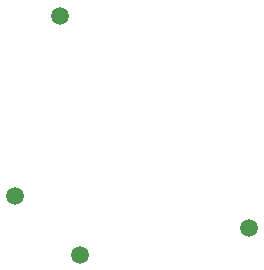
<source format=gbr>
%TF.GenerationSoftware,KiCad,Pcbnew,5.1.9+dfsg1-1*%
%TF.CreationDate,2022-05-26T09:54:07+01:00*%
%TF.ProjectId,ds_lite_clicky_buttons,64735f6c-6974-4655-9f63-6c69636b795f,rev?*%
%TF.SameCoordinates,Original*%
%TF.FileFunction,Soldermask,Bot*%
%TF.FilePolarity,Negative*%
%FSLAX46Y46*%
G04 Gerber Fmt 4.6, Leading zero omitted, Abs format (unit mm)*
G04 Created by KiCad (PCBNEW 5.1.9+dfsg1-1) date 2022-05-26 09:54:07*
%MOMM*%
%LPD*%
G01*
G04 APERTURE LIST*
%ADD10C,1.500000*%
G04 APERTURE END LIST*
D10*
%TO.C,R00*%
X135326120Y-86288880D03*
%TD*%
%TO.C,R01*%
X131556760Y-101559360D03*
%TD*%
%TO.C,P00*%
X151323040Y-104297480D03*
%TD*%
%TO.C,P01*%
X137068560Y-106537760D03*
%TD*%
M02*

</source>
